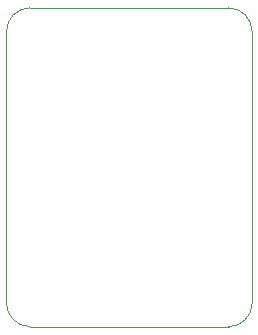
<source format=gbr>
%TF.GenerationSoftware,KiCad,Pcbnew,8.0.4*%
%TF.CreationDate,2025-01-29T23:36:48-05:00*%
%TF.ProjectId,Raidillon,52616964-696c-46c6-9f6e-2e6b69636164,rev?*%
%TF.SameCoordinates,Original*%
%TF.FileFunction,Profile,NP*%
%FSLAX46Y46*%
G04 Gerber Fmt 4.6, Leading zero omitted, Abs format (unit mm)*
G04 Created by KiCad (PCBNEW 8.0.4) date 2025-01-29 23:36:48*
%MOMM*%
%LPD*%
G01*
G04 APERTURE LIST*
%TA.AperFunction,Profile*%
%ADD10C,0.050000*%
%TD*%
G04 APERTURE END LIST*
D10*
X120800000Y-125000000D02*
G75*
G02*
X118800000Y-127000000I-2000000J0D01*
G01*
X118800000Y-127000000D02*
X102000000Y-127000000D01*
X100000000Y-102000000D02*
G75*
G02*
X102000000Y-100000000I2000000J0D01*
G01*
X100000000Y-125000000D02*
X100000000Y-102000000D01*
X118800000Y-100000000D02*
G75*
G02*
X120800000Y-102000000I0J-2000000D01*
G01*
X102000000Y-127000000D02*
G75*
G02*
X100000000Y-125000000I0J2000000D01*
G01*
X102000000Y-100000000D02*
X118800000Y-100000000D01*
X120800000Y-102000000D02*
X120800000Y-125000000D01*
M02*

</source>
